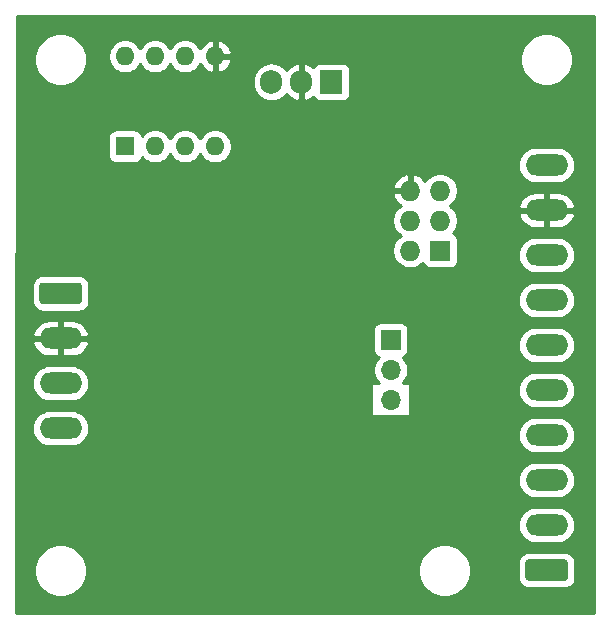
<source format=gbl>
G04 #@! TF.GenerationSoftware,KiCad,Pcbnew,5.1.9+dfsg1-1*
G04 #@! TF.CreationDate,2022-02-26T07:12:57+01:00*
G04 #@! TF.ProjectId,mobus,6d6f6275-732e-46b6-9963-61645f706362,rev?*
G04 #@! TF.SameCoordinates,Original*
G04 #@! TF.FileFunction,Copper,L2,Bot*
G04 #@! TF.FilePolarity,Positive*
%FSLAX46Y46*%
G04 Gerber Fmt 4.6, Leading zero omitted, Abs format (unit mm)*
G04 Created by KiCad (PCBNEW 5.1.9+dfsg1-1) date 2022-02-26 07:12:57*
%MOMM*%
%LPD*%
G01*
G04 APERTURE LIST*
G04 #@! TA.AperFunction,ComponentPad*
%ADD10O,3.600000X1.800000*%
G04 #@! TD*
G04 #@! TA.AperFunction,ComponentPad*
%ADD11O,1.700000X1.700000*%
G04 #@! TD*
G04 #@! TA.AperFunction,ComponentPad*
%ADD12R,1.700000X1.700000*%
G04 #@! TD*
G04 #@! TA.AperFunction,ComponentPad*
%ADD13O,1.600000X1.600000*%
G04 #@! TD*
G04 #@! TA.AperFunction,ComponentPad*
%ADD14R,1.600000X1.600000*%
G04 #@! TD*
G04 #@! TA.AperFunction,ComponentPad*
%ADD15O,1.905000X2.000000*%
G04 #@! TD*
G04 #@! TA.AperFunction,ComponentPad*
%ADD16R,1.905000X2.000000*%
G04 #@! TD*
G04 #@! TA.AperFunction,ComponentPad*
%ADD17O,1.727200X1.727200*%
G04 #@! TD*
G04 #@! TA.AperFunction,ComponentPad*
%ADD18R,1.727200X1.727200*%
G04 #@! TD*
G04 #@! TA.AperFunction,Conductor*
%ADD19C,0.254000*%
G04 #@! TD*
G04 #@! TA.AperFunction,Conductor*
%ADD20C,0.100000*%
G04 #@! TD*
G04 APERTURE END LIST*
D10*
X137160000Y-71183500D03*
X137160000Y-74993500D03*
X137160000Y-78803500D03*
X137160000Y-82613500D03*
X137160000Y-86423500D03*
X137160000Y-90233500D03*
X137160000Y-94043500D03*
X137160000Y-97853500D03*
X137160000Y-101663500D03*
G04 #@! TA.AperFunction,ComponentPad*
G36*
G01*
X138710000Y-106373500D02*
X135610000Y-106373500D01*
G75*
G02*
X135360000Y-106123500I0J250000D01*
G01*
X135360000Y-104823500D01*
G75*
G02*
X135610000Y-104573500I250000J0D01*
G01*
X138710000Y-104573500D01*
G75*
G02*
X138960000Y-104823500I0J-250000D01*
G01*
X138960000Y-106123500D01*
G75*
G02*
X138710000Y-106373500I-250000J0D01*
G01*
G37*
G04 #@! TD.AperFunction*
D11*
X123952000Y-91059000D03*
X123952000Y-88519000D03*
D12*
X123952000Y-85979000D03*
D13*
X101473000Y-61976000D03*
X109093000Y-69596000D03*
X104013000Y-61976000D03*
X106553000Y-69596000D03*
X106553000Y-61976000D03*
X104013000Y-69596000D03*
X109093000Y-61976000D03*
D14*
X101473000Y-69596000D03*
D15*
X113855500Y-64135000D03*
X116395500Y-64135000D03*
D16*
X118935500Y-64135000D03*
D10*
X96012000Y-93472000D03*
X96012000Y-89662000D03*
X96012000Y-85852000D03*
G04 #@! TA.AperFunction,ComponentPad*
G36*
G01*
X94462000Y-81142000D02*
X97562000Y-81142000D01*
G75*
G02*
X97812000Y-81392000I0J-250000D01*
G01*
X97812000Y-82692000D01*
G75*
G02*
X97562000Y-82942000I-250000J0D01*
G01*
X94462000Y-82942000D01*
G75*
G02*
X94212000Y-82692000I0J250000D01*
G01*
X94212000Y-81392000D01*
G75*
G02*
X94462000Y-81142000I250000J0D01*
G01*
G37*
G04 #@! TD.AperFunction*
D17*
X125603000Y-73342500D03*
X128143000Y-73342500D03*
X125603000Y-75882500D03*
X128143000Y-75882500D03*
X125603000Y-78422500D03*
D18*
X128143000Y-78422500D03*
D19*
X141149001Y-93828140D02*
X141129950Y-109145000D01*
X92234950Y-109145000D01*
X92239711Y-105316872D01*
X93777000Y-105316872D01*
X93777000Y-105757128D01*
X93862890Y-106188925D01*
X94031369Y-106595669D01*
X94275962Y-106961729D01*
X94587271Y-107273038D01*
X94953331Y-107517631D01*
X95360075Y-107686110D01*
X95791872Y-107772000D01*
X96232128Y-107772000D01*
X96663925Y-107686110D01*
X97070669Y-107517631D01*
X97436729Y-107273038D01*
X97748038Y-106961729D01*
X97992631Y-106595669D01*
X98161110Y-106188925D01*
X98247000Y-105757128D01*
X98247000Y-105316872D01*
X126289000Y-105316872D01*
X126289000Y-105757128D01*
X126374890Y-106188925D01*
X126543369Y-106595669D01*
X126787962Y-106961729D01*
X127099271Y-107273038D01*
X127465331Y-107517631D01*
X127872075Y-107686110D01*
X128303872Y-107772000D01*
X128744128Y-107772000D01*
X129175925Y-107686110D01*
X129582669Y-107517631D01*
X129948729Y-107273038D01*
X130260038Y-106961729D01*
X130504631Y-106595669D01*
X130673110Y-106188925D01*
X130759000Y-105757128D01*
X130759000Y-105316872D01*
X130673110Y-104885075D01*
X130647605Y-104823500D01*
X134721928Y-104823500D01*
X134721928Y-106123500D01*
X134738992Y-106296754D01*
X134789528Y-106463350D01*
X134871595Y-106616886D01*
X134982038Y-106751462D01*
X135116614Y-106861905D01*
X135270150Y-106943972D01*
X135436746Y-106994508D01*
X135610000Y-107011572D01*
X138710000Y-107011572D01*
X138883254Y-106994508D01*
X139049850Y-106943972D01*
X139203386Y-106861905D01*
X139337962Y-106751462D01*
X139448405Y-106616886D01*
X139530472Y-106463350D01*
X139581008Y-106296754D01*
X139598072Y-106123500D01*
X139598072Y-104823500D01*
X139581008Y-104650246D01*
X139530472Y-104483650D01*
X139448405Y-104330114D01*
X139337962Y-104195538D01*
X139203386Y-104085095D01*
X139049850Y-104003028D01*
X138883254Y-103952492D01*
X138710000Y-103935428D01*
X135610000Y-103935428D01*
X135436746Y-103952492D01*
X135270150Y-104003028D01*
X135116614Y-104085095D01*
X134982038Y-104195538D01*
X134871595Y-104330114D01*
X134789528Y-104483650D01*
X134738992Y-104650246D01*
X134721928Y-104823500D01*
X130647605Y-104823500D01*
X130504631Y-104478331D01*
X130260038Y-104112271D01*
X129948729Y-103800962D01*
X129582669Y-103556369D01*
X129175925Y-103387890D01*
X128744128Y-103302000D01*
X128303872Y-103302000D01*
X127872075Y-103387890D01*
X127465331Y-103556369D01*
X127099271Y-103800962D01*
X126787962Y-104112271D01*
X126543369Y-104478331D01*
X126374890Y-104885075D01*
X126289000Y-105316872D01*
X98247000Y-105316872D01*
X98161110Y-104885075D01*
X97992631Y-104478331D01*
X97748038Y-104112271D01*
X97436729Y-103800962D01*
X97070669Y-103556369D01*
X96663925Y-103387890D01*
X96232128Y-103302000D01*
X95791872Y-103302000D01*
X95360075Y-103387890D01*
X94953331Y-103556369D01*
X94587271Y-103800962D01*
X94275962Y-104112271D01*
X94031369Y-104478331D01*
X93862890Y-104885075D01*
X93777000Y-105316872D01*
X92239711Y-105316872D01*
X92244254Y-101663500D01*
X134717573Y-101663500D01*
X134747210Y-101964413D01*
X134834983Y-102253761D01*
X134977519Y-102520427D01*
X135169339Y-102754161D01*
X135403073Y-102945981D01*
X135669739Y-103088517D01*
X135959087Y-103176290D01*
X136184592Y-103198500D01*
X138135408Y-103198500D01*
X138360913Y-103176290D01*
X138650261Y-103088517D01*
X138916927Y-102945981D01*
X139150661Y-102754161D01*
X139342481Y-102520427D01*
X139485017Y-102253761D01*
X139572790Y-101964413D01*
X139602427Y-101663500D01*
X139572790Y-101362587D01*
X139485017Y-101073239D01*
X139342481Y-100806573D01*
X139150661Y-100572839D01*
X138916927Y-100381019D01*
X138650261Y-100238483D01*
X138360913Y-100150710D01*
X138135408Y-100128500D01*
X136184592Y-100128500D01*
X135959087Y-100150710D01*
X135669739Y-100238483D01*
X135403073Y-100381019D01*
X135169339Y-100572839D01*
X134977519Y-100806573D01*
X134834983Y-101073239D01*
X134747210Y-101362587D01*
X134717573Y-101663500D01*
X92244254Y-101663500D01*
X92248993Y-97853500D01*
X134717573Y-97853500D01*
X134747210Y-98154413D01*
X134834983Y-98443761D01*
X134977519Y-98710427D01*
X135169339Y-98944161D01*
X135403073Y-99135981D01*
X135669739Y-99278517D01*
X135959087Y-99366290D01*
X136184592Y-99388500D01*
X138135408Y-99388500D01*
X138360913Y-99366290D01*
X138650261Y-99278517D01*
X138916927Y-99135981D01*
X139150661Y-98944161D01*
X139342481Y-98710427D01*
X139485017Y-98443761D01*
X139572790Y-98154413D01*
X139602427Y-97853500D01*
X139572790Y-97552587D01*
X139485017Y-97263239D01*
X139342481Y-96996573D01*
X139150661Y-96762839D01*
X138916927Y-96571019D01*
X138650261Y-96428483D01*
X138360913Y-96340710D01*
X138135408Y-96318500D01*
X136184592Y-96318500D01*
X135959087Y-96340710D01*
X135669739Y-96428483D01*
X135403073Y-96571019D01*
X135169339Y-96762839D01*
X134977519Y-96996573D01*
X134834983Y-97263239D01*
X134747210Y-97552587D01*
X134717573Y-97853500D01*
X92248993Y-97853500D01*
X92254443Y-93472000D01*
X93569573Y-93472000D01*
X93599210Y-93772913D01*
X93686983Y-94062261D01*
X93829519Y-94328927D01*
X94021339Y-94562661D01*
X94255073Y-94754481D01*
X94521739Y-94897017D01*
X94811087Y-94984790D01*
X95036592Y-95007000D01*
X96987408Y-95007000D01*
X97212913Y-94984790D01*
X97502261Y-94897017D01*
X97768927Y-94754481D01*
X98002661Y-94562661D01*
X98194481Y-94328927D01*
X98337017Y-94062261D01*
X98342708Y-94043500D01*
X134717573Y-94043500D01*
X134747210Y-94344413D01*
X134834983Y-94633761D01*
X134977519Y-94900427D01*
X135169339Y-95134161D01*
X135403073Y-95325981D01*
X135669739Y-95468517D01*
X135959087Y-95556290D01*
X136184592Y-95578500D01*
X138135408Y-95578500D01*
X138360913Y-95556290D01*
X138650261Y-95468517D01*
X138916927Y-95325981D01*
X139150661Y-95134161D01*
X139342481Y-94900427D01*
X139485017Y-94633761D01*
X139572790Y-94344413D01*
X139602427Y-94043500D01*
X139572790Y-93742587D01*
X139485017Y-93453239D01*
X139342481Y-93186573D01*
X139150661Y-92952839D01*
X138916927Y-92761019D01*
X138650261Y-92618483D01*
X138360913Y-92530710D01*
X138135408Y-92508500D01*
X136184592Y-92508500D01*
X135959087Y-92530710D01*
X135669739Y-92618483D01*
X135403073Y-92761019D01*
X135169339Y-92952839D01*
X134977519Y-93186573D01*
X134834983Y-93453239D01*
X134747210Y-93742587D01*
X134717573Y-94043500D01*
X98342708Y-94043500D01*
X98424790Y-93772913D01*
X98454427Y-93472000D01*
X98424790Y-93171087D01*
X98337017Y-92881739D01*
X98194481Y-92615073D01*
X98002661Y-92381339D01*
X97768927Y-92189519D01*
X97502261Y-92046983D01*
X97212913Y-91959210D01*
X96987408Y-91937000D01*
X95036592Y-91937000D01*
X94811087Y-91959210D01*
X94521739Y-92046983D01*
X94255073Y-92189519D01*
X94021339Y-92381339D01*
X93829519Y-92615073D01*
X93686983Y-92881739D01*
X93599210Y-93171087D01*
X93569573Y-93472000D01*
X92254443Y-93472000D01*
X92259181Y-89662000D01*
X93569573Y-89662000D01*
X93599210Y-89962913D01*
X93686983Y-90252261D01*
X93829519Y-90518927D01*
X94021339Y-90752661D01*
X94255073Y-90944481D01*
X94521739Y-91087017D01*
X94811087Y-91174790D01*
X95036592Y-91197000D01*
X96987408Y-91197000D01*
X97212913Y-91174790D01*
X97502261Y-91087017D01*
X97768927Y-90944481D01*
X98002661Y-90752661D01*
X98194481Y-90518927D01*
X98337017Y-90252261D01*
X98424790Y-89962913D01*
X98448172Y-89725500D01*
X122301000Y-89725500D01*
X122301000Y-92329000D01*
X122303440Y-92353776D01*
X122310667Y-92377601D01*
X122322403Y-92399557D01*
X122338197Y-92418803D01*
X122357443Y-92434597D01*
X122379399Y-92446333D01*
X122403224Y-92453560D01*
X122428000Y-92456000D01*
X123469715Y-92456000D01*
X123595109Y-92500481D01*
X123679853Y-92456000D01*
X124224147Y-92456000D01*
X124308891Y-92500481D01*
X124434285Y-92456000D01*
X125476000Y-92456000D01*
X125500776Y-92453560D01*
X125524601Y-92446333D01*
X125546557Y-92434597D01*
X125565803Y-92418803D01*
X125581597Y-92399557D01*
X125593333Y-92377601D01*
X125600560Y-92353776D01*
X125603000Y-92329000D01*
X125603000Y-90233500D01*
X134717573Y-90233500D01*
X134747210Y-90534413D01*
X134834983Y-90823761D01*
X134977519Y-91090427D01*
X135169339Y-91324161D01*
X135403073Y-91515981D01*
X135669739Y-91658517D01*
X135959087Y-91746290D01*
X136184592Y-91768500D01*
X138135408Y-91768500D01*
X138360913Y-91746290D01*
X138650261Y-91658517D01*
X138916927Y-91515981D01*
X139150661Y-91324161D01*
X139342481Y-91090427D01*
X139485017Y-90823761D01*
X139572790Y-90534413D01*
X139602427Y-90233500D01*
X139572790Y-89932587D01*
X139485017Y-89643239D01*
X139342481Y-89376573D01*
X139150661Y-89142839D01*
X138916927Y-88951019D01*
X138650261Y-88808483D01*
X138360913Y-88720710D01*
X138135408Y-88698500D01*
X136184592Y-88698500D01*
X135959087Y-88720710D01*
X135669739Y-88808483D01*
X135403073Y-88951019D01*
X135169339Y-89142839D01*
X134977519Y-89376573D01*
X134834983Y-89643239D01*
X134747210Y-89932587D01*
X134717573Y-90233500D01*
X125603000Y-90233500D01*
X125603000Y-89725500D01*
X125600560Y-89700724D01*
X125593333Y-89676899D01*
X125581597Y-89654943D01*
X125565803Y-89635697D01*
X125546557Y-89619903D01*
X125524601Y-89608167D01*
X125500776Y-89600940D01*
X125476000Y-89598500D01*
X124972607Y-89598500D01*
X125105475Y-89465632D01*
X125267990Y-89222411D01*
X125379932Y-88952158D01*
X125437000Y-88665260D01*
X125437000Y-88372740D01*
X125379932Y-88085842D01*
X125267990Y-87815589D01*
X125105475Y-87572368D01*
X124973620Y-87440513D01*
X125046180Y-87418502D01*
X125156494Y-87359537D01*
X125253185Y-87280185D01*
X125332537Y-87183494D01*
X125391502Y-87073180D01*
X125427812Y-86953482D01*
X125440072Y-86829000D01*
X125440072Y-86423500D01*
X134717573Y-86423500D01*
X134747210Y-86724413D01*
X134834983Y-87013761D01*
X134977519Y-87280427D01*
X135169339Y-87514161D01*
X135403073Y-87705981D01*
X135669739Y-87848517D01*
X135959087Y-87936290D01*
X136184592Y-87958500D01*
X138135408Y-87958500D01*
X138360913Y-87936290D01*
X138650261Y-87848517D01*
X138916927Y-87705981D01*
X139150661Y-87514161D01*
X139342481Y-87280427D01*
X139485017Y-87013761D01*
X139572790Y-86724413D01*
X139602427Y-86423500D01*
X139572790Y-86122587D01*
X139485017Y-85833239D01*
X139342481Y-85566573D01*
X139150661Y-85332839D01*
X138916927Y-85141019D01*
X138650261Y-84998483D01*
X138360913Y-84910710D01*
X138135408Y-84888500D01*
X136184592Y-84888500D01*
X135959087Y-84910710D01*
X135669739Y-84998483D01*
X135403073Y-85141019D01*
X135169339Y-85332839D01*
X134977519Y-85566573D01*
X134834983Y-85833239D01*
X134747210Y-86122587D01*
X134717573Y-86423500D01*
X125440072Y-86423500D01*
X125440072Y-85129000D01*
X125427812Y-85004518D01*
X125391502Y-84884820D01*
X125332537Y-84774506D01*
X125253185Y-84677815D01*
X125156494Y-84598463D01*
X125046180Y-84539498D01*
X124926482Y-84503188D01*
X124802000Y-84490928D01*
X123102000Y-84490928D01*
X122977518Y-84503188D01*
X122857820Y-84539498D01*
X122747506Y-84598463D01*
X122650815Y-84677815D01*
X122571463Y-84774506D01*
X122512498Y-84884820D01*
X122476188Y-85004518D01*
X122463928Y-85129000D01*
X122463928Y-86829000D01*
X122476188Y-86953482D01*
X122512498Y-87073180D01*
X122571463Y-87183494D01*
X122650815Y-87280185D01*
X122747506Y-87359537D01*
X122857820Y-87418502D01*
X122930380Y-87440513D01*
X122798525Y-87572368D01*
X122636010Y-87815589D01*
X122524068Y-88085842D01*
X122467000Y-88372740D01*
X122467000Y-88665260D01*
X122524068Y-88952158D01*
X122636010Y-89222411D01*
X122798525Y-89465632D01*
X122931393Y-89598500D01*
X122428000Y-89598500D01*
X122403224Y-89600940D01*
X122379399Y-89608167D01*
X122357443Y-89619903D01*
X122338197Y-89635697D01*
X122322403Y-89654943D01*
X122310667Y-89676899D01*
X122303440Y-89700724D01*
X122301000Y-89725500D01*
X98448172Y-89725500D01*
X98454427Y-89662000D01*
X98424790Y-89361087D01*
X98337017Y-89071739D01*
X98194481Y-88805073D01*
X98002661Y-88571339D01*
X97768927Y-88379519D01*
X97502261Y-88236983D01*
X97212913Y-88149210D01*
X96987408Y-88127000D01*
X95036592Y-88127000D01*
X94811087Y-88149210D01*
X94521739Y-88236983D01*
X94255073Y-88379519D01*
X94021339Y-88571339D01*
X93829519Y-88805073D01*
X93686983Y-89071739D01*
X93599210Y-89361087D01*
X93569573Y-89662000D01*
X92259181Y-89662000D01*
X92263466Y-86216740D01*
X93620964Y-86216740D01*
X93645245Y-86322087D01*
X93765138Y-86599204D01*
X93936790Y-86847606D01*
X94153604Y-87057748D01*
X94407249Y-87221554D01*
X94687977Y-87332729D01*
X94985000Y-87387000D01*
X95885000Y-87387000D01*
X95885000Y-85979000D01*
X96139000Y-85979000D01*
X96139000Y-87387000D01*
X97039000Y-87387000D01*
X97336023Y-87332729D01*
X97616751Y-87221554D01*
X97870396Y-87057748D01*
X98087210Y-86847606D01*
X98258862Y-86599204D01*
X98378755Y-86322087D01*
X98403036Y-86216740D01*
X98282378Y-85979000D01*
X96139000Y-85979000D01*
X95885000Y-85979000D01*
X93741622Y-85979000D01*
X93620964Y-86216740D01*
X92263466Y-86216740D01*
X92264373Y-85487260D01*
X93620964Y-85487260D01*
X93741622Y-85725000D01*
X95885000Y-85725000D01*
X95885000Y-84317000D01*
X96139000Y-84317000D01*
X96139000Y-85725000D01*
X98282378Y-85725000D01*
X98403036Y-85487260D01*
X98378755Y-85381913D01*
X98258862Y-85104796D01*
X98087210Y-84856394D01*
X97870396Y-84646252D01*
X97616751Y-84482446D01*
X97336023Y-84371271D01*
X97039000Y-84317000D01*
X96139000Y-84317000D01*
X95885000Y-84317000D01*
X94985000Y-84317000D01*
X94687977Y-84371271D01*
X94407249Y-84482446D01*
X94153604Y-84646252D01*
X93936790Y-84856394D01*
X93765138Y-85104796D01*
X93645245Y-85381913D01*
X93620964Y-85487260D01*
X92264373Y-85487260D01*
X92269467Y-81392000D01*
X93573928Y-81392000D01*
X93573928Y-82692000D01*
X93590992Y-82865254D01*
X93641528Y-83031850D01*
X93723595Y-83185386D01*
X93834038Y-83319962D01*
X93968614Y-83430405D01*
X94122150Y-83512472D01*
X94288746Y-83563008D01*
X94462000Y-83580072D01*
X97562000Y-83580072D01*
X97735254Y-83563008D01*
X97901850Y-83512472D01*
X98055386Y-83430405D01*
X98189962Y-83319962D01*
X98300405Y-83185386D01*
X98382472Y-83031850D01*
X98433008Y-82865254D01*
X98450072Y-82692000D01*
X98450072Y-82613500D01*
X134717573Y-82613500D01*
X134747210Y-82914413D01*
X134834983Y-83203761D01*
X134977519Y-83470427D01*
X135169339Y-83704161D01*
X135403073Y-83895981D01*
X135669739Y-84038517D01*
X135959087Y-84126290D01*
X136184592Y-84148500D01*
X138135408Y-84148500D01*
X138360913Y-84126290D01*
X138650261Y-84038517D01*
X138916927Y-83895981D01*
X139150661Y-83704161D01*
X139342481Y-83470427D01*
X139485017Y-83203761D01*
X139572790Y-82914413D01*
X139602427Y-82613500D01*
X139572790Y-82312587D01*
X139485017Y-82023239D01*
X139342481Y-81756573D01*
X139150661Y-81522839D01*
X138916927Y-81331019D01*
X138650261Y-81188483D01*
X138360913Y-81100710D01*
X138135408Y-81078500D01*
X136184592Y-81078500D01*
X135959087Y-81100710D01*
X135669739Y-81188483D01*
X135403073Y-81331019D01*
X135169339Y-81522839D01*
X134977519Y-81756573D01*
X134834983Y-82023239D01*
X134747210Y-82312587D01*
X134717573Y-82613500D01*
X98450072Y-82613500D01*
X98450072Y-81392000D01*
X98433008Y-81218746D01*
X98382472Y-81052150D01*
X98300405Y-80898614D01*
X98189962Y-80764038D01*
X98055386Y-80653595D01*
X97901850Y-80571528D01*
X97735254Y-80520992D01*
X97562000Y-80503928D01*
X94462000Y-80503928D01*
X94288746Y-80520992D01*
X94122150Y-80571528D01*
X93968614Y-80653595D01*
X93834038Y-80764038D01*
X93723595Y-80898614D01*
X93641528Y-81052150D01*
X93590992Y-81218746D01*
X93573928Y-81392000D01*
X92269467Y-81392000D01*
X92276503Y-75734901D01*
X124104400Y-75734901D01*
X124104400Y-76030099D01*
X124161990Y-76319625D01*
X124274958Y-76592353D01*
X124438961Y-76837802D01*
X124647698Y-77046539D01*
X124806281Y-77152500D01*
X124647698Y-77258461D01*
X124438961Y-77467198D01*
X124274958Y-77712647D01*
X124161990Y-77985375D01*
X124104400Y-78274901D01*
X124104400Y-78570099D01*
X124161990Y-78859625D01*
X124274958Y-79132353D01*
X124438961Y-79377802D01*
X124647698Y-79586539D01*
X124893147Y-79750542D01*
X125165875Y-79863510D01*
X125455401Y-79921100D01*
X125750599Y-79921100D01*
X126040125Y-79863510D01*
X126312853Y-79750542D01*
X126558302Y-79586539D01*
X126672364Y-79472477D01*
X126689898Y-79530280D01*
X126748863Y-79640594D01*
X126828215Y-79737285D01*
X126924906Y-79816637D01*
X127035220Y-79875602D01*
X127154918Y-79911912D01*
X127279400Y-79924172D01*
X129006600Y-79924172D01*
X129131082Y-79911912D01*
X129250780Y-79875602D01*
X129361094Y-79816637D01*
X129457785Y-79737285D01*
X129537137Y-79640594D01*
X129596102Y-79530280D01*
X129632412Y-79410582D01*
X129644672Y-79286100D01*
X129644672Y-78803500D01*
X134717573Y-78803500D01*
X134747210Y-79104413D01*
X134834983Y-79393761D01*
X134977519Y-79660427D01*
X135169339Y-79894161D01*
X135403073Y-80085981D01*
X135669739Y-80228517D01*
X135959087Y-80316290D01*
X136184592Y-80338500D01*
X138135408Y-80338500D01*
X138360913Y-80316290D01*
X138650261Y-80228517D01*
X138916927Y-80085981D01*
X139150661Y-79894161D01*
X139342481Y-79660427D01*
X139485017Y-79393761D01*
X139572790Y-79104413D01*
X139602427Y-78803500D01*
X139572790Y-78502587D01*
X139485017Y-78213239D01*
X139342481Y-77946573D01*
X139150661Y-77712839D01*
X138916927Y-77521019D01*
X138650261Y-77378483D01*
X138360913Y-77290710D01*
X138135408Y-77268500D01*
X136184592Y-77268500D01*
X135959087Y-77290710D01*
X135669739Y-77378483D01*
X135403073Y-77521019D01*
X135169339Y-77712839D01*
X134977519Y-77946573D01*
X134834983Y-78213239D01*
X134747210Y-78502587D01*
X134717573Y-78803500D01*
X129644672Y-78803500D01*
X129644672Y-77558900D01*
X129632412Y-77434418D01*
X129596102Y-77314720D01*
X129537137Y-77204406D01*
X129457785Y-77107715D01*
X129361094Y-77028363D01*
X129250780Y-76969398D01*
X129192977Y-76951864D01*
X129307039Y-76837802D01*
X129471042Y-76592353D01*
X129584010Y-76319625D01*
X129641600Y-76030099D01*
X129641600Y-75734901D01*
X129584010Y-75445375D01*
X129547918Y-75358240D01*
X134768964Y-75358240D01*
X134793245Y-75463587D01*
X134913138Y-75740704D01*
X135084790Y-75989106D01*
X135301604Y-76199248D01*
X135555249Y-76363054D01*
X135835977Y-76474229D01*
X136133000Y-76528500D01*
X137033000Y-76528500D01*
X137033000Y-75120500D01*
X137287000Y-75120500D01*
X137287000Y-76528500D01*
X138187000Y-76528500D01*
X138484023Y-76474229D01*
X138764751Y-76363054D01*
X139018396Y-76199248D01*
X139235210Y-75989106D01*
X139406862Y-75740704D01*
X139526755Y-75463587D01*
X139551036Y-75358240D01*
X139430378Y-75120500D01*
X137287000Y-75120500D01*
X137033000Y-75120500D01*
X134889622Y-75120500D01*
X134768964Y-75358240D01*
X129547918Y-75358240D01*
X129471042Y-75172647D01*
X129307039Y-74927198D01*
X129098302Y-74718461D01*
X128964054Y-74628760D01*
X134768964Y-74628760D01*
X134889622Y-74866500D01*
X137033000Y-74866500D01*
X137033000Y-73458500D01*
X137287000Y-73458500D01*
X137287000Y-74866500D01*
X139430378Y-74866500D01*
X139551036Y-74628760D01*
X139526755Y-74523413D01*
X139406862Y-74246296D01*
X139235210Y-73997894D01*
X139018396Y-73787752D01*
X138764751Y-73623946D01*
X138484023Y-73512771D01*
X138187000Y-73458500D01*
X137287000Y-73458500D01*
X137033000Y-73458500D01*
X136133000Y-73458500D01*
X135835977Y-73512771D01*
X135555249Y-73623946D01*
X135301604Y-73787752D01*
X135084790Y-73997894D01*
X134913138Y-74246296D01*
X134793245Y-74523413D01*
X134768964Y-74628760D01*
X128964054Y-74628760D01*
X128939719Y-74612500D01*
X129098302Y-74506539D01*
X129307039Y-74297802D01*
X129471042Y-74052353D01*
X129584010Y-73779625D01*
X129641600Y-73490099D01*
X129641600Y-73194901D01*
X129584010Y-72905375D01*
X129471042Y-72632647D01*
X129307039Y-72387198D01*
X129098302Y-72178461D01*
X128852853Y-72014458D01*
X128580125Y-71901490D01*
X128290599Y-71843900D01*
X127995401Y-71843900D01*
X127705875Y-71901490D01*
X127433147Y-72014458D01*
X127187698Y-72178461D01*
X126978961Y-72387198D01*
X126871308Y-72548313D01*
X126709854Y-72332207D01*
X126491488Y-72135683D01*
X126238978Y-71985536D01*
X125962027Y-71887537D01*
X125730000Y-72008036D01*
X125730000Y-73215500D01*
X125750000Y-73215500D01*
X125750000Y-73469500D01*
X125730000Y-73469500D01*
X125730000Y-73489500D01*
X125476000Y-73489500D01*
X125476000Y-73469500D01*
X124269183Y-73469500D01*
X124148042Y-73701526D01*
X124193778Y-73852314D01*
X124320316Y-74117444D01*
X124496146Y-74352793D01*
X124714512Y-74549317D01*
X124813103Y-74607941D01*
X124647698Y-74718461D01*
X124438961Y-74927198D01*
X124274958Y-75172647D01*
X124161990Y-75445375D01*
X124104400Y-75734901D01*
X92276503Y-75734901D01*
X92279925Y-72983474D01*
X124148042Y-72983474D01*
X124269183Y-73215500D01*
X125476000Y-73215500D01*
X125476000Y-72008036D01*
X125243973Y-71887537D01*
X124967022Y-71985536D01*
X124714512Y-72135683D01*
X124496146Y-72332207D01*
X124320316Y-72567556D01*
X124193778Y-72832686D01*
X124148042Y-72983474D01*
X92279925Y-72983474D01*
X92282164Y-71183500D01*
X134717573Y-71183500D01*
X134747210Y-71484413D01*
X134834983Y-71773761D01*
X134977519Y-72040427D01*
X135169339Y-72274161D01*
X135403073Y-72465981D01*
X135669739Y-72608517D01*
X135959087Y-72696290D01*
X136184592Y-72718500D01*
X138135408Y-72718500D01*
X138360913Y-72696290D01*
X138650261Y-72608517D01*
X138916927Y-72465981D01*
X139150661Y-72274161D01*
X139342481Y-72040427D01*
X139485017Y-71773761D01*
X139572790Y-71484413D01*
X139602427Y-71183500D01*
X139572790Y-70882587D01*
X139485017Y-70593239D01*
X139342481Y-70326573D01*
X139150661Y-70092839D01*
X138916927Y-69901019D01*
X138650261Y-69758483D01*
X138360913Y-69670710D01*
X138135408Y-69648500D01*
X136184592Y-69648500D01*
X135959087Y-69670710D01*
X135669739Y-69758483D01*
X135403073Y-69901019D01*
X135169339Y-70092839D01*
X134977519Y-70326573D01*
X134834983Y-70593239D01*
X134747210Y-70882587D01*
X134717573Y-71183500D01*
X92282164Y-71183500D01*
X92285134Y-68796000D01*
X100034928Y-68796000D01*
X100034928Y-70396000D01*
X100047188Y-70520482D01*
X100083498Y-70640180D01*
X100142463Y-70750494D01*
X100221815Y-70847185D01*
X100318506Y-70926537D01*
X100428820Y-70985502D01*
X100548518Y-71021812D01*
X100673000Y-71034072D01*
X102273000Y-71034072D01*
X102397482Y-71021812D01*
X102517180Y-70985502D01*
X102627494Y-70926537D01*
X102724185Y-70847185D01*
X102803537Y-70750494D01*
X102862502Y-70640180D01*
X102898812Y-70520482D01*
X102899643Y-70512039D01*
X103098241Y-70710637D01*
X103333273Y-70867680D01*
X103594426Y-70975853D01*
X103871665Y-71031000D01*
X104154335Y-71031000D01*
X104431574Y-70975853D01*
X104692727Y-70867680D01*
X104927759Y-70710637D01*
X105127637Y-70510759D01*
X105283000Y-70278241D01*
X105438363Y-70510759D01*
X105638241Y-70710637D01*
X105873273Y-70867680D01*
X106134426Y-70975853D01*
X106411665Y-71031000D01*
X106694335Y-71031000D01*
X106971574Y-70975853D01*
X107232727Y-70867680D01*
X107467759Y-70710637D01*
X107667637Y-70510759D01*
X107823000Y-70278241D01*
X107978363Y-70510759D01*
X108178241Y-70710637D01*
X108413273Y-70867680D01*
X108674426Y-70975853D01*
X108951665Y-71031000D01*
X109234335Y-71031000D01*
X109511574Y-70975853D01*
X109772727Y-70867680D01*
X110007759Y-70710637D01*
X110207637Y-70510759D01*
X110364680Y-70275727D01*
X110472853Y-70014574D01*
X110528000Y-69737335D01*
X110528000Y-69454665D01*
X110472853Y-69177426D01*
X110364680Y-68916273D01*
X110207637Y-68681241D01*
X110007759Y-68481363D01*
X109772727Y-68324320D01*
X109511574Y-68216147D01*
X109234335Y-68161000D01*
X108951665Y-68161000D01*
X108674426Y-68216147D01*
X108413273Y-68324320D01*
X108178241Y-68481363D01*
X107978363Y-68681241D01*
X107823000Y-68913759D01*
X107667637Y-68681241D01*
X107467759Y-68481363D01*
X107232727Y-68324320D01*
X106971574Y-68216147D01*
X106694335Y-68161000D01*
X106411665Y-68161000D01*
X106134426Y-68216147D01*
X105873273Y-68324320D01*
X105638241Y-68481363D01*
X105438363Y-68681241D01*
X105283000Y-68913759D01*
X105127637Y-68681241D01*
X104927759Y-68481363D01*
X104692727Y-68324320D01*
X104431574Y-68216147D01*
X104154335Y-68161000D01*
X103871665Y-68161000D01*
X103594426Y-68216147D01*
X103333273Y-68324320D01*
X103098241Y-68481363D01*
X102899643Y-68679961D01*
X102898812Y-68671518D01*
X102862502Y-68551820D01*
X102803537Y-68441506D01*
X102724185Y-68344815D01*
X102627494Y-68265463D01*
X102517180Y-68206498D01*
X102397482Y-68170188D01*
X102273000Y-68157928D01*
X100673000Y-68157928D01*
X100548518Y-68170188D01*
X100428820Y-68206498D01*
X100318506Y-68265463D01*
X100221815Y-68344815D01*
X100142463Y-68441506D01*
X100083498Y-68551820D01*
X100047188Y-68671518D01*
X100034928Y-68796000D01*
X92285134Y-68796000D01*
X92293575Y-62009872D01*
X93777000Y-62009872D01*
X93777000Y-62450128D01*
X93862890Y-62881925D01*
X94031369Y-63288669D01*
X94275962Y-63654729D01*
X94587271Y-63966038D01*
X94953331Y-64210631D01*
X95360075Y-64379110D01*
X95791872Y-64465000D01*
X96232128Y-64465000D01*
X96663925Y-64379110D01*
X97070669Y-64210631D01*
X97371662Y-64009514D01*
X112268000Y-64009514D01*
X112268000Y-64260485D01*
X112290970Y-64493703D01*
X112381745Y-64792948D01*
X112529155Y-65068734D01*
X112727537Y-65310463D01*
X112969265Y-65508845D01*
X113245051Y-65656255D01*
X113544296Y-65747030D01*
X113855500Y-65777681D01*
X114166703Y-65747030D01*
X114465948Y-65656255D01*
X114741734Y-65508845D01*
X114983463Y-65310463D01*
X115130663Y-65131101D01*
X115286063Y-65316315D01*
X115528577Y-65510969D01*
X115804406Y-65654571D01*
X116022520Y-65725563D01*
X116268500Y-65605594D01*
X116268500Y-64262000D01*
X116248500Y-64262000D01*
X116248500Y-64008000D01*
X116268500Y-64008000D01*
X116268500Y-62664406D01*
X116522500Y-62664406D01*
X116522500Y-64008000D01*
X116542500Y-64008000D01*
X116542500Y-64262000D01*
X116522500Y-64262000D01*
X116522500Y-65605594D01*
X116768480Y-65725563D01*
X116986594Y-65654571D01*
X117262423Y-65510969D01*
X117403441Y-65397781D01*
X117452463Y-65489494D01*
X117531815Y-65586185D01*
X117628506Y-65665537D01*
X117738820Y-65724502D01*
X117858518Y-65760812D01*
X117983000Y-65773072D01*
X119888000Y-65773072D01*
X120012482Y-65760812D01*
X120132180Y-65724502D01*
X120242494Y-65665537D01*
X120339185Y-65586185D01*
X120418537Y-65489494D01*
X120477502Y-65379180D01*
X120513812Y-65259482D01*
X120526072Y-65135000D01*
X120526072Y-63135000D01*
X120513812Y-63010518D01*
X120477502Y-62890820D01*
X120418537Y-62780506D01*
X120339185Y-62683815D01*
X120242494Y-62604463D01*
X120132180Y-62545498D01*
X120012482Y-62509188D01*
X119888000Y-62496928D01*
X117983000Y-62496928D01*
X117858518Y-62509188D01*
X117738820Y-62545498D01*
X117628506Y-62604463D01*
X117531815Y-62683815D01*
X117452463Y-62780506D01*
X117403441Y-62872219D01*
X117262423Y-62759031D01*
X116986594Y-62615429D01*
X116768480Y-62544437D01*
X116522500Y-62664406D01*
X116268500Y-62664406D01*
X116022520Y-62544437D01*
X115804406Y-62615429D01*
X115528577Y-62759031D01*
X115286063Y-62953685D01*
X115130662Y-63138900D01*
X114983463Y-62959537D01*
X114741735Y-62761155D01*
X114465949Y-62613745D01*
X114166704Y-62522970D01*
X113855500Y-62492319D01*
X113544297Y-62522970D01*
X113245052Y-62613745D01*
X112969266Y-62761155D01*
X112727537Y-62959537D01*
X112529155Y-63201265D01*
X112381745Y-63477051D01*
X112290970Y-63776296D01*
X112268000Y-64009514D01*
X97371662Y-64009514D01*
X97436729Y-63966038D01*
X97748038Y-63654729D01*
X97992631Y-63288669D01*
X98161110Y-62881925D01*
X98247000Y-62450128D01*
X98247000Y-62009872D01*
X98212150Y-61834665D01*
X100038000Y-61834665D01*
X100038000Y-62117335D01*
X100093147Y-62394574D01*
X100201320Y-62655727D01*
X100358363Y-62890759D01*
X100558241Y-63090637D01*
X100793273Y-63247680D01*
X101054426Y-63355853D01*
X101331665Y-63411000D01*
X101614335Y-63411000D01*
X101891574Y-63355853D01*
X102152727Y-63247680D01*
X102387759Y-63090637D01*
X102587637Y-62890759D01*
X102743000Y-62658241D01*
X102898363Y-62890759D01*
X103098241Y-63090637D01*
X103333273Y-63247680D01*
X103594426Y-63355853D01*
X103871665Y-63411000D01*
X104154335Y-63411000D01*
X104431574Y-63355853D01*
X104692727Y-63247680D01*
X104927759Y-63090637D01*
X105127637Y-62890759D01*
X105283000Y-62658241D01*
X105438363Y-62890759D01*
X105638241Y-63090637D01*
X105873273Y-63247680D01*
X106134426Y-63355853D01*
X106411665Y-63411000D01*
X106694335Y-63411000D01*
X106971574Y-63355853D01*
X107232727Y-63247680D01*
X107467759Y-63090637D01*
X107667637Y-62890759D01*
X107824680Y-62655727D01*
X107829067Y-62645135D01*
X107940615Y-62831131D01*
X108129586Y-63039519D01*
X108355580Y-63207037D01*
X108609913Y-63327246D01*
X108743961Y-63367904D01*
X108966000Y-63245915D01*
X108966000Y-62103000D01*
X109220000Y-62103000D01*
X109220000Y-63245915D01*
X109442039Y-63367904D01*
X109576087Y-63327246D01*
X109830420Y-63207037D01*
X110056414Y-63039519D01*
X110245385Y-62831131D01*
X110390070Y-62589881D01*
X110484909Y-62325040D01*
X110363624Y-62103000D01*
X109220000Y-62103000D01*
X108966000Y-62103000D01*
X108946000Y-62103000D01*
X108946000Y-62009872D01*
X134925000Y-62009872D01*
X134925000Y-62450128D01*
X135010890Y-62881925D01*
X135179369Y-63288669D01*
X135423962Y-63654729D01*
X135735271Y-63966038D01*
X136101331Y-64210631D01*
X136508075Y-64379110D01*
X136939872Y-64465000D01*
X137380128Y-64465000D01*
X137811925Y-64379110D01*
X138218669Y-64210631D01*
X138584729Y-63966038D01*
X138896038Y-63654729D01*
X139140631Y-63288669D01*
X139309110Y-62881925D01*
X139395000Y-62450128D01*
X139395000Y-62009872D01*
X139309110Y-61578075D01*
X139140631Y-61171331D01*
X138896038Y-60805271D01*
X138584729Y-60493962D01*
X138218669Y-60249369D01*
X137811925Y-60080890D01*
X137380128Y-59995000D01*
X136939872Y-59995000D01*
X136508075Y-60080890D01*
X136101331Y-60249369D01*
X135735271Y-60493962D01*
X135423962Y-60805271D01*
X135179369Y-61171331D01*
X135010890Y-61578075D01*
X134925000Y-62009872D01*
X108946000Y-62009872D01*
X108946000Y-61849000D01*
X108966000Y-61849000D01*
X108966000Y-60706085D01*
X109220000Y-60706085D01*
X109220000Y-61849000D01*
X110363624Y-61849000D01*
X110484909Y-61626960D01*
X110390070Y-61362119D01*
X110245385Y-61120869D01*
X110056414Y-60912481D01*
X109830420Y-60744963D01*
X109576087Y-60624754D01*
X109442039Y-60584096D01*
X109220000Y-60706085D01*
X108966000Y-60706085D01*
X108743961Y-60584096D01*
X108609913Y-60624754D01*
X108355580Y-60744963D01*
X108129586Y-60912481D01*
X107940615Y-61120869D01*
X107829067Y-61306865D01*
X107824680Y-61296273D01*
X107667637Y-61061241D01*
X107467759Y-60861363D01*
X107232727Y-60704320D01*
X106971574Y-60596147D01*
X106694335Y-60541000D01*
X106411665Y-60541000D01*
X106134426Y-60596147D01*
X105873273Y-60704320D01*
X105638241Y-60861363D01*
X105438363Y-61061241D01*
X105283000Y-61293759D01*
X105127637Y-61061241D01*
X104927759Y-60861363D01*
X104692727Y-60704320D01*
X104431574Y-60596147D01*
X104154335Y-60541000D01*
X103871665Y-60541000D01*
X103594426Y-60596147D01*
X103333273Y-60704320D01*
X103098241Y-60861363D01*
X102898363Y-61061241D01*
X102743000Y-61293759D01*
X102587637Y-61061241D01*
X102387759Y-60861363D01*
X102152727Y-60704320D01*
X101891574Y-60596147D01*
X101614335Y-60541000D01*
X101331665Y-60541000D01*
X101054426Y-60596147D01*
X100793273Y-60704320D01*
X100558241Y-60861363D01*
X100358363Y-61061241D01*
X100201320Y-61296273D01*
X100093147Y-61557426D01*
X100038000Y-61834665D01*
X98212150Y-61834665D01*
X98161110Y-61578075D01*
X97992631Y-61171331D01*
X97748038Y-60805271D01*
X97436729Y-60493962D01*
X97070669Y-60249369D01*
X96663925Y-60080890D01*
X96232128Y-59995000D01*
X95791872Y-59995000D01*
X95360075Y-60080890D01*
X94953331Y-60249369D01*
X94587271Y-60493962D01*
X94275962Y-60805271D01*
X94031369Y-61171331D01*
X93862890Y-61578075D01*
X93777000Y-62009872D01*
X92293575Y-62009872D01*
X92297868Y-58558500D01*
X141149000Y-58558500D01*
X141149001Y-93828140D01*
G04 #@! TA.AperFunction,Conductor*
D20*
G36*
X141149001Y-93828140D02*
G01*
X141129950Y-109145000D01*
X92234950Y-109145000D01*
X92239711Y-105316872D01*
X93777000Y-105316872D01*
X93777000Y-105757128D01*
X93862890Y-106188925D01*
X94031369Y-106595669D01*
X94275962Y-106961729D01*
X94587271Y-107273038D01*
X94953331Y-107517631D01*
X95360075Y-107686110D01*
X95791872Y-107772000D01*
X96232128Y-107772000D01*
X96663925Y-107686110D01*
X97070669Y-107517631D01*
X97436729Y-107273038D01*
X97748038Y-106961729D01*
X97992631Y-106595669D01*
X98161110Y-106188925D01*
X98247000Y-105757128D01*
X98247000Y-105316872D01*
X126289000Y-105316872D01*
X126289000Y-105757128D01*
X126374890Y-106188925D01*
X126543369Y-106595669D01*
X126787962Y-106961729D01*
X127099271Y-107273038D01*
X127465331Y-107517631D01*
X127872075Y-107686110D01*
X128303872Y-107772000D01*
X128744128Y-107772000D01*
X129175925Y-107686110D01*
X129582669Y-107517631D01*
X129948729Y-107273038D01*
X130260038Y-106961729D01*
X130504631Y-106595669D01*
X130673110Y-106188925D01*
X130759000Y-105757128D01*
X130759000Y-105316872D01*
X130673110Y-104885075D01*
X130647605Y-104823500D01*
X134721928Y-104823500D01*
X134721928Y-106123500D01*
X134738992Y-106296754D01*
X134789528Y-106463350D01*
X134871595Y-106616886D01*
X134982038Y-106751462D01*
X135116614Y-106861905D01*
X135270150Y-106943972D01*
X135436746Y-106994508D01*
X135610000Y-107011572D01*
X138710000Y-107011572D01*
X138883254Y-106994508D01*
X139049850Y-106943972D01*
X139203386Y-106861905D01*
X139337962Y-106751462D01*
X139448405Y-106616886D01*
X139530472Y-106463350D01*
X139581008Y-106296754D01*
X139598072Y-106123500D01*
X139598072Y-104823500D01*
X139581008Y-104650246D01*
X139530472Y-104483650D01*
X139448405Y-104330114D01*
X139337962Y-104195538D01*
X139203386Y-104085095D01*
X139049850Y-104003028D01*
X138883254Y-103952492D01*
X138710000Y-103935428D01*
X135610000Y-103935428D01*
X135436746Y-103952492D01*
X135270150Y-104003028D01*
X135116614Y-104085095D01*
X134982038Y-104195538D01*
X134871595Y-104330114D01*
X134789528Y-104483650D01*
X134738992Y-104650246D01*
X134721928Y-104823500D01*
X130647605Y-104823500D01*
X130504631Y-104478331D01*
X130260038Y-104112271D01*
X129948729Y-103800962D01*
X129582669Y-103556369D01*
X129175925Y-103387890D01*
X128744128Y-103302000D01*
X128303872Y-103302000D01*
X127872075Y-103387890D01*
X127465331Y-103556369D01*
X127099271Y-103800962D01*
X126787962Y-104112271D01*
X126543369Y-104478331D01*
X126374890Y-104885075D01*
X126289000Y-105316872D01*
X98247000Y-105316872D01*
X98161110Y-104885075D01*
X97992631Y-104478331D01*
X97748038Y-104112271D01*
X97436729Y-103800962D01*
X97070669Y-103556369D01*
X96663925Y-103387890D01*
X96232128Y-103302000D01*
X95791872Y-103302000D01*
X95360075Y-103387890D01*
X94953331Y-103556369D01*
X94587271Y-103800962D01*
X94275962Y-104112271D01*
X94031369Y-104478331D01*
X93862890Y-104885075D01*
X93777000Y-105316872D01*
X92239711Y-105316872D01*
X92244254Y-101663500D01*
X134717573Y-101663500D01*
X134747210Y-101964413D01*
X134834983Y-102253761D01*
X134977519Y-102520427D01*
X135169339Y-102754161D01*
X135403073Y-102945981D01*
X135669739Y-103088517D01*
X135959087Y-103176290D01*
X136184592Y-103198500D01*
X138135408Y-103198500D01*
X138360913Y-103176290D01*
X138650261Y-103088517D01*
X138916927Y-102945981D01*
X139150661Y-102754161D01*
X139342481Y-102520427D01*
X139485017Y-102253761D01*
X139572790Y-101964413D01*
X139602427Y-101663500D01*
X139572790Y-101362587D01*
X139485017Y-101073239D01*
X139342481Y-100806573D01*
X139150661Y-100572839D01*
X138916927Y-100381019D01*
X138650261Y-100238483D01*
X138360913Y-100150710D01*
X138135408Y-100128500D01*
X136184592Y-100128500D01*
X135959087Y-100150710D01*
X135669739Y-100238483D01*
X135403073Y-100381019D01*
X135169339Y-100572839D01*
X134977519Y-100806573D01*
X134834983Y-101073239D01*
X134747210Y-101362587D01*
X134717573Y-101663500D01*
X92244254Y-101663500D01*
X92248993Y-97853500D01*
X134717573Y-97853500D01*
X134747210Y-98154413D01*
X134834983Y-98443761D01*
X134977519Y-98710427D01*
X135169339Y-98944161D01*
X135403073Y-99135981D01*
X135669739Y-99278517D01*
X135959087Y-99366290D01*
X136184592Y-99388500D01*
X138135408Y-99388500D01*
X138360913Y-99366290D01*
X138650261Y-99278517D01*
X138916927Y-99135981D01*
X139150661Y-98944161D01*
X139342481Y-98710427D01*
X139485017Y-98443761D01*
X139572790Y-98154413D01*
X139602427Y-97853500D01*
X139572790Y-97552587D01*
X139485017Y-97263239D01*
X139342481Y-96996573D01*
X139150661Y-96762839D01*
X138916927Y-96571019D01*
X138650261Y-96428483D01*
X138360913Y-96340710D01*
X138135408Y-96318500D01*
X136184592Y-96318500D01*
X135959087Y-96340710D01*
X135669739Y-96428483D01*
X135403073Y-96571019D01*
X135169339Y-96762839D01*
X134977519Y-96996573D01*
X134834983Y-97263239D01*
X134747210Y-97552587D01*
X134717573Y-97853500D01*
X92248993Y-97853500D01*
X92254443Y-93472000D01*
X93569573Y-93472000D01*
X93599210Y-93772913D01*
X93686983Y-94062261D01*
X93829519Y-94328927D01*
X94021339Y-94562661D01*
X94255073Y-94754481D01*
X94521739Y-94897017D01*
X94811087Y-94984790D01*
X95036592Y-95007000D01*
X96987408Y-95007000D01*
X97212913Y-94984790D01*
X97502261Y-94897017D01*
X97768927Y-94754481D01*
X98002661Y-94562661D01*
X98194481Y-94328927D01*
X98337017Y-94062261D01*
X98342708Y-94043500D01*
X134717573Y-94043500D01*
X134747210Y-94344413D01*
X134834983Y-94633761D01*
X134977519Y-94900427D01*
X135169339Y-95134161D01*
X135403073Y-95325981D01*
X135669739Y-95468517D01*
X135959087Y-95556290D01*
X136184592Y-95578500D01*
X138135408Y-95578500D01*
X138360913Y-95556290D01*
X138650261Y-95468517D01*
X138916927Y-95325981D01*
X139150661Y-95134161D01*
X139342481Y-94900427D01*
X139485017Y-94633761D01*
X139572790Y-94344413D01*
X139602427Y-94043500D01*
X139572790Y-93742587D01*
X139485017Y-93453239D01*
X139342481Y-93186573D01*
X139150661Y-92952839D01*
X138916927Y-92761019D01*
X138650261Y-92618483D01*
X138360913Y-92530710D01*
X138135408Y-92508500D01*
X136184592Y-92508500D01*
X135959087Y-92530710D01*
X135669739Y-92618483D01*
X135403073Y-92761019D01*
X135169339Y-92952839D01*
X134977519Y-93186573D01*
X134834983Y-93453239D01*
X134747210Y-93742587D01*
X134717573Y-94043500D01*
X98342708Y-94043500D01*
X98424790Y-93772913D01*
X98454427Y-93472000D01*
X98424790Y-93171087D01*
X98337017Y-92881739D01*
X98194481Y-92615073D01*
X98002661Y-92381339D01*
X97768927Y-92189519D01*
X97502261Y-92046983D01*
X97212913Y-91959210D01*
X96987408Y-91937000D01*
X95036592Y-91937000D01*
X94811087Y-91959210D01*
X94521739Y-92046983D01*
X94255073Y-92189519D01*
X94021339Y-92381339D01*
X93829519Y-92615073D01*
X93686983Y-92881739D01*
X93599210Y-93171087D01*
X93569573Y-93472000D01*
X92254443Y-93472000D01*
X92259181Y-89662000D01*
X93569573Y-89662000D01*
X93599210Y-89962913D01*
X93686983Y-90252261D01*
X93829519Y-90518927D01*
X94021339Y-90752661D01*
X94255073Y-90944481D01*
X94521739Y-91087017D01*
X94811087Y-91174790D01*
X95036592Y-91197000D01*
X96987408Y-91197000D01*
X97212913Y-91174790D01*
X97502261Y-91087017D01*
X97768927Y-90944481D01*
X98002661Y-90752661D01*
X98194481Y-90518927D01*
X98337017Y-90252261D01*
X98424790Y-89962913D01*
X98448172Y-89725500D01*
X122301000Y-89725500D01*
X122301000Y-92329000D01*
X122303440Y-92353776D01*
X122310667Y-92377601D01*
X122322403Y-92399557D01*
X122338197Y-92418803D01*
X122357443Y-92434597D01*
X122379399Y-92446333D01*
X122403224Y-92453560D01*
X122428000Y-92456000D01*
X123469715Y-92456000D01*
X123595109Y-92500481D01*
X123679853Y-92456000D01*
X124224147Y-92456000D01*
X124308891Y-92500481D01*
X124434285Y-92456000D01*
X125476000Y-92456000D01*
X125500776Y-92453560D01*
X125524601Y-92446333D01*
X125546557Y-92434597D01*
X125565803Y-92418803D01*
X125581597Y-92399557D01*
X125593333Y-92377601D01*
X125600560Y-92353776D01*
X125603000Y-92329000D01*
X125603000Y-90233500D01*
X134717573Y-90233500D01*
X134747210Y-90534413D01*
X134834983Y-90823761D01*
X134977519Y-91090427D01*
X135169339Y-91324161D01*
X135403073Y-91515981D01*
X135669739Y-91658517D01*
X135959087Y-91746290D01*
X136184592Y-91768500D01*
X138135408Y-91768500D01*
X138360913Y-91746290D01*
X138650261Y-91658517D01*
X138916927Y-91515981D01*
X139150661Y-91324161D01*
X139342481Y-91090427D01*
X139485017Y-90823761D01*
X139572790Y-90534413D01*
X139602427Y-90233500D01*
X139572790Y-89932587D01*
X139485017Y-89643239D01*
X139342481Y-89376573D01*
X139150661Y-89142839D01*
X138916927Y-88951019D01*
X138650261Y-88808483D01*
X138360913Y-88720710D01*
X138135408Y-88698500D01*
X136184592Y-88698500D01*
X135959087Y-88720710D01*
X135669739Y-88808483D01*
X135403073Y-88951019D01*
X135169339Y-89142839D01*
X134977519Y-89376573D01*
X134834983Y-89643239D01*
X134747210Y-89932587D01*
X134717573Y-90233500D01*
X125603000Y-90233500D01*
X125603000Y-89725500D01*
X125600560Y-89700724D01*
X125593333Y-89676899D01*
X125581597Y-89654943D01*
X125565803Y-89635697D01*
X125546557Y-89619903D01*
X125524601Y-89608167D01*
X125500776Y-89600940D01*
X125476000Y-89598500D01*
X124972607Y-89598500D01*
X125105475Y-89465632D01*
X125267990Y-89222411D01*
X125379932Y-88952158D01*
X125437000Y-88665260D01*
X125437000Y-88372740D01*
X125379932Y-88085842D01*
X125267990Y-87815589D01*
X125105475Y-87572368D01*
X124973620Y-87440513D01*
X125046180Y-87418502D01*
X125156494Y-87359537D01*
X125253185Y-87280185D01*
X125332537Y-87183494D01*
X125391502Y-87073180D01*
X125427812Y-86953482D01*
X125440072Y-86829000D01*
X125440072Y-86423500D01*
X134717573Y-86423500D01*
X134747210Y-86724413D01*
X134834983Y-87013761D01*
X134977519Y-87280427D01*
X135169339Y-87514161D01*
X135403073Y-87705981D01*
X135669739Y-87848517D01*
X135959087Y-87936290D01*
X136184592Y-87958500D01*
X138135408Y-87958500D01*
X138360913Y-87936290D01*
X138650261Y-87848517D01*
X138916927Y-87705981D01*
X139150661Y-87514161D01*
X139342481Y-87280427D01*
X139485017Y-87013761D01*
X139572790Y-86724413D01*
X139602427Y-86423500D01*
X139572790Y-86122587D01*
X139485017Y-85833239D01*
X139342481Y-85566573D01*
X139150661Y-85332839D01*
X138916927Y-85141019D01*
X138650261Y-84998483D01*
X138360913Y-84910710D01*
X138135408Y-84888500D01*
X136184592Y-84888500D01*
X135959087Y-84910710D01*
X135669739Y-84998483D01*
X135403073Y-85141019D01*
X135169339Y-85332839D01*
X134977519Y-85566573D01*
X134834983Y-85833239D01*
X134747210Y-86122587D01*
X134717573Y-86423500D01*
X125440072Y-86423500D01*
X125440072Y-85129000D01*
X125427812Y-85004518D01*
X125391502Y-84884820D01*
X125332537Y-84774506D01*
X125253185Y-84677815D01*
X125156494Y-84598463D01*
X125046180Y-84539498D01*
X124926482Y-84503188D01*
X124802000Y-84490928D01*
X123102000Y-84490928D01*
X122977518Y-84503188D01*
X122857820Y-84539498D01*
X122747506Y-84598463D01*
X122650815Y-84677815D01*
X122571463Y-84774506D01*
X122512498Y-84884820D01*
X122476188Y-85004518D01*
X122463928Y-85129000D01*
X122463928Y-86829000D01*
X122476188Y-86953482D01*
X122512498Y-87073180D01*
X122571463Y-87183494D01*
X122650815Y-87280185D01*
X122747506Y-87359537D01*
X122857820Y-87418502D01*
X122930380Y-87440513D01*
X122798525Y-87572368D01*
X122636010Y-87815589D01*
X122524068Y-88085842D01*
X122467000Y-88372740D01*
X122467000Y-88665260D01*
X122524068Y-88952158D01*
X122636010Y-89222411D01*
X122798525Y-89465632D01*
X122931393Y-89598500D01*
X122428000Y-89598500D01*
X122403224Y-89600940D01*
X122379399Y-89608167D01*
X122357443Y-89619903D01*
X122338197Y-89635697D01*
X122322403Y-89654943D01*
X122310667Y-89676899D01*
X122303440Y-89700724D01*
X122301000Y-89725500D01*
X98448172Y-89725500D01*
X98454427Y-89662000D01*
X98424790Y-89361087D01*
X98337017Y-89071739D01*
X98194481Y-88805073D01*
X98002661Y-88571339D01*
X97768927Y-88379519D01*
X97502261Y-88236983D01*
X97212913Y-88149210D01*
X96987408Y-88127000D01*
X95036592Y-88127000D01*
X94811087Y-88149210D01*
X94521739Y-88236983D01*
X94255073Y-88379519D01*
X94021339Y-88571339D01*
X93829519Y-88805073D01*
X93686983Y-89071739D01*
X93599210Y-89361087D01*
X93569573Y-89662000D01*
X92259181Y-89662000D01*
X92263466Y-86216740D01*
X93620964Y-86216740D01*
X93645245Y-86322087D01*
X93765138Y-86599204D01*
X93936790Y-86847606D01*
X94153604Y-87057748D01*
X94407249Y-87221554D01*
X94687977Y-87332729D01*
X94985000Y-87387000D01*
X95885000Y-87387000D01*
X95885000Y-85979000D01*
X96139000Y-85979000D01*
X96139000Y-87387000D01*
X97039000Y-87387000D01*
X97336023Y-87332729D01*
X97616751Y-87221554D01*
X97870396Y-87057748D01*
X98087210Y-86847606D01*
X98258862Y-86599204D01*
X98378755Y-86322087D01*
X98403036Y-86216740D01*
X98282378Y-85979000D01*
X96139000Y-85979000D01*
X95885000Y-85979000D01*
X93741622Y-85979000D01*
X93620964Y-86216740D01*
X92263466Y-86216740D01*
X92264373Y-85487260D01*
X93620964Y-85487260D01*
X93741622Y-85725000D01*
X95885000Y-85725000D01*
X95885000Y-84317000D01*
X96139000Y-84317000D01*
X96139000Y-85725000D01*
X98282378Y-85725000D01*
X98403036Y-85487260D01*
X98378755Y-85381913D01*
X98258862Y-85104796D01*
X98087210Y-84856394D01*
X97870396Y-84646252D01*
X97616751Y-84482446D01*
X97336023Y-84371271D01*
X97039000Y-84317000D01*
X96139000Y-84317000D01*
X95885000Y-84317000D01*
X94985000Y-84317000D01*
X94687977Y-84371271D01*
X94407249Y-84482446D01*
X94153604Y-84646252D01*
X93936790Y-84856394D01*
X93765138Y-85104796D01*
X93645245Y-85381913D01*
X93620964Y-85487260D01*
X92264373Y-85487260D01*
X92269467Y-81392000D01*
X93573928Y-81392000D01*
X93573928Y-82692000D01*
X93590992Y-82865254D01*
X93641528Y-83031850D01*
X93723595Y-83185386D01*
X93834038Y-83319962D01*
X93968614Y-83430405D01*
X94122150Y-83512472D01*
X94288746Y-83563008D01*
X94462000Y-83580072D01*
X97562000Y-83580072D01*
X97735254Y-83563008D01*
X97901850Y-83512472D01*
X98055386Y-83430405D01*
X98189962Y-83319962D01*
X98300405Y-83185386D01*
X98382472Y-83031850D01*
X98433008Y-82865254D01*
X98450072Y-82692000D01*
X98450072Y-82613500D01*
X134717573Y-82613500D01*
X134747210Y-82914413D01*
X134834983Y-83203761D01*
X134977519Y-83470427D01*
X135169339Y-83704161D01*
X135403073Y-83895981D01*
X135669739Y-84038517D01*
X135959087Y-84126290D01*
X136184592Y-84148500D01*
X138135408Y-84148500D01*
X138360913Y-84126290D01*
X138650261Y-84038517D01*
X138916927Y-83895981D01*
X139150661Y-83704161D01*
X139342481Y-83470427D01*
X139485017Y-83203761D01*
X139572790Y-82914413D01*
X139602427Y-82613500D01*
X139572790Y-82312587D01*
X139485017Y-82023239D01*
X139342481Y-81756573D01*
X139150661Y-81522839D01*
X138916927Y-81331019D01*
X138650261Y-81188483D01*
X138360913Y-81100710D01*
X138135408Y-81078500D01*
X136184592Y-81078500D01*
X135959087Y-81100710D01*
X135669739Y-81188483D01*
X135403073Y-81331019D01*
X135169339Y-81522839D01*
X134977519Y-81756573D01*
X134834983Y-82023239D01*
X134747210Y-82312587D01*
X134717573Y-82613500D01*
X98450072Y-82613500D01*
X98450072Y-81392000D01*
X98433008Y-81218746D01*
X98382472Y-81052150D01*
X98300405Y-80898614D01*
X98189962Y-80764038D01*
X98055386Y-80653595D01*
X97901850Y-80571528D01*
X97735254Y-80520992D01*
X97562000Y-80503928D01*
X94462000Y-80503928D01*
X94288746Y-80520992D01*
X94122150Y-80571528D01*
X93968614Y-80653595D01*
X93834038Y-80764038D01*
X93723595Y-80898614D01*
X93641528Y-81052150D01*
X93590992Y-81218746D01*
X93573928Y-81392000D01*
X92269467Y-81392000D01*
X92276503Y-75734901D01*
X124104400Y-75734901D01*
X124104400Y-76030099D01*
X124161990Y-76319625D01*
X124274958Y-76592353D01*
X124438961Y-76837802D01*
X124647698Y-77046539D01*
X124806281Y-77152500D01*
X124647698Y-77258461D01*
X124438961Y-77467198D01*
X124274958Y-77712647D01*
X124161990Y-77985375D01*
X124104400Y-78274901D01*
X124104400Y-78570099D01*
X124161990Y-78859625D01*
X124274958Y-79132353D01*
X124438961Y-79377802D01*
X124647698Y-79586539D01*
X124893147Y-79750542D01*
X125165875Y-79863510D01*
X125455401Y-79921100D01*
X125750599Y-79921100D01*
X126040125Y-79863510D01*
X126312853Y-79750542D01*
X126558302Y-79586539D01*
X126672364Y-79472477D01*
X126689898Y-79530280D01*
X126748863Y-79640594D01*
X126828215Y-79737285D01*
X126924906Y-79816637D01*
X127035220Y-79875602D01*
X127154918Y-79911912D01*
X127279400Y-79924172D01*
X129006600Y-79924172D01*
X129131082Y-79911912D01*
X129250780Y-79875602D01*
X129361094Y-79816637D01*
X129457785Y-79737285D01*
X129537137Y-79640594D01*
X129596102Y-79530280D01*
X129632412Y-79410582D01*
X129644672Y-79286100D01*
X129644672Y-78803500D01*
X134717573Y-78803500D01*
X134747210Y-79104413D01*
X134834983Y-79393761D01*
X134977519Y-79660427D01*
X135169339Y-79894161D01*
X135403073Y-80085981D01*
X135669739Y-80228517D01*
X135959087Y-80316290D01*
X136184592Y-80338500D01*
X138135408Y-80338500D01*
X138360913Y-80316290D01*
X138650261Y-80228517D01*
X138916927Y-80085981D01*
X139150661Y-79894161D01*
X139342481Y-79660427D01*
X139485017Y-79393761D01*
X139572790Y-79104413D01*
X139602427Y-78803500D01*
X139572790Y-78502587D01*
X139485017Y-78213239D01*
X139342481Y-77946573D01*
X139150661Y-77712839D01*
X138916927Y-77521019D01*
X138650261Y-77378483D01*
X138360913Y-77290710D01*
X138135408Y-77268500D01*
X136184592Y-77268500D01*
X135959087Y-77290710D01*
X135669739Y-77378483D01*
X135403073Y-77521019D01*
X135169339Y-77712839D01*
X134977519Y-77946573D01*
X134834983Y-78213239D01*
X134747210Y-78502587D01*
X134717573Y-78803500D01*
X129644672Y-78803500D01*
X129644672Y-77558900D01*
X129632412Y-77434418D01*
X129596102Y-77314720D01*
X129537137Y-77204406D01*
X129457785Y-77107715D01*
X129361094Y-77028363D01*
X129250780Y-76969398D01*
X129192977Y-76951864D01*
X129307039Y-76837802D01*
X129471042Y-76592353D01*
X129584010Y-76319625D01*
X129641600Y-76030099D01*
X129641600Y-75734901D01*
X129584010Y-75445375D01*
X129547918Y-75358240D01*
X134768964Y-75358240D01*
X134793245Y-75463587D01*
X134913138Y-75740704D01*
X135084790Y-75989106D01*
X135301604Y-76199248D01*
X135555249Y-76363054D01*
X135835977Y-76474229D01*
X136133000Y-76528500D01*
X137033000Y-76528500D01*
X137033000Y-75120500D01*
X137287000Y-75120500D01*
X137287000Y-76528500D01*
X138187000Y-76528500D01*
X138484023Y-76474229D01*
X138764751Y-76363054D01*
X139018396Y-76199248D01*
X139235210Y-75989106D01*
X139406862Y-75740704D01*
X139526755Y-75463587D01*
X139551036Y-75358240D01*
X139430378Y-75120500D01*
X137287000Y-75120500D01*
X137033000Y-75120500D01*
X134889622Y-75120500D01*
X134768964Y-75358240D01*
X129547918Y-75358240D01*
X129471042Y-75172647D01*
X129307039Y-74927198D01*
X129098302Y-74718461D01*
X128964054Y-74628760D01*
X134768964Y-74628760D01*
X134889622Y-74866500D01*
X137033000Y-74866500D01*
X137033000Y-73458500D01*
X137287000Y-73458500D01*
X137287000Y-74866500D01*
X139430378Y-74866500D01*
X139551036Y-74628760D01*
X139526755Y-74523413D01*
X139406862Y-74246296D01*
X139235210Y-73997894D01*
X139018396Y-73787752D01*
X138764751Y-73623946D01*
X138484023Y-73512771D01*
X138187000Y-73458500D01*
X137287000Y-73458500D01*
X137033000Y-73458500D01*
X136133000Y-73458500D01*
X135835977Y-73512771D01*
X135555249Y-73623946D01*
X135301604Y-73787752D01*
X135084790Y-73997894D01*
X134913138Y-74246296D01*
X134793245Y-74523413D01*
X134768964Y-74628760D01*
X128964054Y-74628760D01*
X128939719Y-74612500D01*
X129098302Y-74506539D01*
X129307039Y-74297802D01*
X129471042Y-74052353D01*
X129584010Y-73779625D01*
X129641600Y-73490099D01*
X129641600Y-73194901D01*
X129584010Y-72905375D01*
X129471042Y-72632647D01*
X129307039Y-72387198D01*
X129098302Y-72178461D01*
X128852853Y-72014458D01*
X128580125Y-71901490D01*
X128290599Y-71843900D01*
X127995401Y-71843900D01*
X127705875Y-71901490D01*
X127433147Y-72014458D01*
X127187698Y-72178461D01*
X126978961Y-72387198D01*
X126871308Y-72548313D01*
X126709854Y-72332207D01*
X126491488Y-72135683D01*
X126238978Y-71985536D01*
X125962027Y-71887537D01*
X125730000Y-72008036D01*
X125730000Y-73215500D01*
X125750000Y-73215500D01*
X125750000Y-73469500D01*
X125730000Y-73469500D01*
X125730000Y-73489500D01*
X125476000Y-73489500D01*
X125476000Y-73469500D01*
X124269183Y-73469500D01*
X124148042Y-73701526D01*
X124193778Y-73852314D01*
X124320316Y-74117444D01*
X124496146Y-74352793D01*
X124714512Y-74549317D01*
X124813103Y-74607941D01*
X124647698Y-74718461D01*
X124438961Y-74927198D01*
X124274958Y-75172647D01*
X124161990Y-75445375D01*
X124104400Y-75734901D01*
X92276503Y-75734901D01*
X92279925Y-72983474D01*
X124148042Y-72983474D01*
X124269183Y-73215500D01*
X125476000Y-73215500D01*
X125476000Y-72008036D01*
X125243973Y-71887537D01*
X124967022Y-71985536D01*
X124714512Y-72135683D01*
X124496146Y-72332207D01*
X124320316Y-72567556D01*
X124193778Y-72832686D01*
X124148042Y-72983474D01*
X92279925Y-72983474D01*
X92282164Y-71183500D01*
X134717573Y-71183500D01*
X134747210Y-71484413D01*
X134834983Y-71773761D01*
X134977519Y-72040427D01*
X135169339Y-72274161D01*
X135403073Y-72465981D01*
X135669739Y-72608517D01*
X135959087Y-72696290D01*
X136184592Y-72718500D01*
X138135408Y-72718500D01*
X138360913Y-72696290D01*
X138650261Y-72608517D01*
X138916927Y-72465981D01*
X139150661Y-72274161D01*
X139342481Y-72040427D01*
X139485017Y-71773761D01*
X139572790Y-71484413D01*
X139602427Y-71183500D01*
X139572790Y-70882587D01*
X139485017Y-70593239D01*
X139342481Y-70326573D01*
X139150661Y-70092839D01*
X138916927Y-69901019D01*
X138650261Y-69758483D01*
X138360913Y-69670710D01*
X138135408Y-69648500D01*
X136184592Y-69648500D01*
X135959087Y-69670710D01*
X135669739Y-69758483D01*
X135403073Y-69901019D01*
X135169339Y-70092839D01*
X134977519Y-70326573D01*
X134834983Y-70593239D01*
X134747210Y-70882587D01*
X134717573Y-71183500D01*
X92282164Y-71183500D01*
X92285134Y-68796000D01*
X100034928Y-68796000D01*
X100034928Y-70396000D01*
X100047188Y-70520482D01*
X100083498Y-70640180D01*
X100142463Y-70750494D01*
X100221815Y-70847185D01*
X100318506Y-70926537D01*
X100428820Y-70985502D01*
X100548518Y-71021812D01*
X100673000Y-71034072D01*
X102273000Y-71034072D01*
X102397482Y-71021812D01*
X102517180Y-70985502D01*
X102627494Y-70926537D01*
X102724185Y-70847185D01*
X102803537Y-70750494D01*
X102862502Y-70640180D01*
X102898812Y-70520482D01*
X102899643Y-70512039D01*
X103098241Y-70710637D01*
X103333273Y-70867680D01*
X103594426Y-70975853D01*
X103871665Y-71031000D01*
X104154335Y-71031000D01*
X104431574Y-70975853D01*
X104692727Y-70867680D01*
X104927759Y-70710637D01*
X105127637Y-70510759D01*
X105283000Y-70278241D01*
X105438363Y-70510759D01*
X105638241Y-70710637D01*
X105873273Y-70867680D01*
X106134426Y-70975853D01*
X106411665Y-71031000D01*
X106694335Y-71031000D01*
X106971574Y-70975853D01*
X107232727Y-70867680D01*
X107467759Y-70710637D01*
X107667637Y-70510759D01*
X107823000Y-70278241D01*
X107978363Y-70510759D01*
X108178241Y-70710637D01*
X108413273Y-70867680D01*
X108674426Y-70975853D01*
X108951665Y-71031000D01*
X109234335Y-71031000D01*
X109511574Y-70975853D01*
X109772727Y-70867680D01*
X110007759Y-70710637D01*
X110207637Y-70510759D01*
X110364680Y-70275727D01*
X110472853Y-70014574D01*
X110528000Y-69737335D01*
X110528000Y-69454665D01*
X110472853Y-69177426D01*
X110364680Y-68916273D01*
X110207637Y-68681241D01*
X110007759Y-68481363D01*
X109772727Y-68324320D01*
X109511574Y-68216147D01*
X109234335Y-68161000D01*
X108951665Y-68161000D01*
X108674426Y-68216147D01*
X108413273Y-68324320D01*
X108178241Y-68481363D01*
X107978363Y-68681241D01*
X107823000Y-68913759D01*
X107667637Y-68681241D01*
X107467759Y-68481363D01*
X107232727Y-68324320D01*
X106971574Y-68216147D01*
X106694335Y-68161000D01*
X106411665Y-68161000D01*
X106134426Y-68216147D01*
X105873273Y-68324320D01*
X105638241Y-68481363D01*
X105438363Y-68681241D01*
X105283000Y-68913759D01*
X105127637Y-68681241D01*
X104927759Y-68481363D01*
X104692727Y-68324320D01*
X104431574Y-68216147D01*
X104154335Y-68161000D01*
X103871665Y-68161000D01*
X103594426Y-68216147D01*
X103333273Y-68324320D01*
X103098241Y-68481363D01*
X102899643Y-68679961D01*
X102898812Y-68671518D01*
X102862502Y-68551820D01*
X102803537Y-68441506D01*
X102724185Y-68344815D01*
X102627494Y-68265463D01*
X102517180Y-68206498D01*
X102397482Y-68170188D01*
X102273000Y-68157928D01*
X100673000Y-68157928D01*
X100548518Y-68170188D01*
X100428820Y-68206498D01*
X100318506Y-68265463D01*
X100221815Y-68344815D01*
X100142463Y-68441506D01*
X100083498Y-68551820D01*
X100047188Y-68671518D01*
X100034928Y-68796000D01*
X92285134Y-68796000D01*
X92293575Y-62009872D01*
X93777000Y-62009872D01*
X93777000Y-62450128D01*
X93862890Y-62881925D01*
X94031369Y-63288669D01*
X94275962Y-63654729D01*
X94587271Y-63966038D01*
X94953331Y-64210631D01*
X95360075Y-64379110D01*
X95791872Y-64465000D01*
X96232128Y-64465000D01*
X96663925Y-64379110D01*
X97070669Y-64210631D01*
X97371662Y-64009514D01*
X112268000Y-64009514D01*
X112268000Y-64260485D01*
X112290970Y-64493703D01*
X112381745Y-64792948D01*
X112529155Y-65068734D01*
X112727537Y-65310463D01*
X112969265Y-65508845D01*
X113245051Y-65656255D01*
X113544296Y-65747030D01*
X113855500Y-65777681D01*
X114166703Y-65747030D01*
X114465948Y-65656255D01*
X114741734Y-65508845D01*
X114983463Y-65310463D01*
X115130663Y-65131101D01*
X115286063Y-65316315D01*
X115528577Y-65510969D01*
X115804406Y-65654571D01*
X116022520Y-65725563D01*
X116268500Y-65605594D01*
X116268500Y-64262000D01*
X116248500Y-64262000D01*
X116248500Y-64008000D01*
X116268500Y-64008000D01*
X116268500Y-62664406D01*
X116522500Y-62664406D01*
X116522500Y-64008000D01*
X116542500Y-64008000D01*
X116542500Y-64262000D01*
X116522500Y-64262000D01*
X116522500Y-65605594D01*
X116768480Y-65725563D01*
X116986594Y-65654571D01*
X117262423Y-65510969D01*
X117403441Y-65397781D01*
X117452463Y-65489494D01*
X117531815Y-65586185D01*
X117628506Y-65665537D01*
X117738820Y-65724502D01*
X117858518Y-65760812D01*
X117983000Y-65773072D01*
X119888000Y-65773072D01*
X120012482Y-65760812D01*
X120132180Y-65724502D01*
X120242494Y-65665537D01*
X120339185Y-65586185D01*
X120418537Y-65489494D01*
X120477502Y-65379180D01*
X120513812Y-65259482D01*
X120526072Y-65135000D01*
X120526072Y-63135000D01*
X120513812Y-63010518D01*
X120477502Y-62890820D01*
X120418537Y-62780506D01*
X120339185Y-62683815D01*
X120242494Y-62604463D01*
X120132180Y-62545498D01*
X120012482Y-62509188D01*
X119888000Y-62496928D01*
X117983000Y-62496928D01*
X117858518Y-62509188D01*
X117738820Y-62545498D01*
X117628506Y-62604463D01*
X117531815Y-62683815D01*
X117452463Y-62780506D01*
X117403441Y-62872219D01*
X117262423Y-62759031D01*
X116986594Y-62615429D01*
X116768480Y-62544437D01*
X116522500Y-62664406D01*
X116268500Y-62664406D01*
X116022520Y-62544437D01*
X115804406Y-62615429D01*
X115528577Y-62759031D01*
X115286063Y-62953685D01*
X115130662Y-63138900D01*
X114983463Y-62959537D01*
X114741735Y-62761155D01*
X114465949Y-62613745D01*
X114166704Y-62522970D01*
X113855500Y-62492319D01*
X113544297Y-62522970D01*
X113245052Y-62613745D01*
X112969266Y-62761155D01*
X112727537Y-62959537D01*
X112529155Y-63201265D01*
X112381745Y-63477051D01*
X112290970Y-63776296D01*
X112268000Y-64009514D01*
X97371662Y-64009514D01*
X97436729Y-63966038D01*
X97748038Y-63654729D01*
X97992631Y-63288669D01*
X98161110Y-62881925D01*
X98247000Y-62450128D01*
X98247000Y-62009872D01*
X98212150Y-61834665D01*
X100038000Y-61834665D01*
X100038000Y-62117335D01*
X100093147Y-62394574D01*
X100201320Y-62655727D01*
X100358363Y-62890759D01*
X100558241Y-63090637D01*
X100793273Y-63247680D01*
X101054426Y-63355853D01*
X101331665Y-63411000D01*
X101614335Y-63411000D01*
X101891574Y-63355853D01*
X102152727Y-63247680D01*
X102387759Y-63090637D01*
X102587637Y-62890759D01*
X102743000Y-62658241D01*
X102898363Y-62890759D01*
X103098241Y-63090637D01*
X103333273Y-63247680D01*
X103594426Y-63355853D01*
X103871665Y-63411000D01*
X104154335Y-63411000D01*
X104431574Y-63355853D01*
X104692727Y-63247680D01*
X104927759Y-63090637D01*
X105127637Y-62890759D01*
X105283000Y-62658241D01*
X105438363Y-62890759D01*
X105638241Y-63090637D01*
X105873273Y-63247680D01*
X106134426Y-63355853D01*
X106411665Y-63411000D01*
X106694335Y-63411000D01*
X106971574Y-63355853D01*
X107232727Y-63247680D01*
X107467759Y-63090637D01*
X107667637Y-62890759D01*
X107824680Y-62655727D01*
X107829067Y-62645135D01*
X107940615Y-62831131D01*
X108129586Y-63039519D01*
X108355580Y-63207037D01*
X108609913Y-63327246D01*
X108743961Y-63367904D01*
X108966000Y-63245915D01*
X108966000Y-62103000D01*
X109220000Y-62103000D01*
X109220000Y-63245915D01*
X109442039Y-63367904D01*
X109576087Y-63327246D01*
X109830420Y-63207037D01*
X110056414Y-63039519D01*
X110245385Y-62831131D01*
X110390070Y-62589881D01*
X110484909Y-62325040D01*
X110363624Y-62103000D01*
X109220000Y-62103000D01*
X108966000Y-62103000D01*
X108946000Y-62103000D01*
X108946000Y-62009872D01*
X134925000Y-62009872D01*
X134925000Y-62450128D01*
X135010890Y-62881925D01*
X135179369Y-63288669D01*
X135423962Y-63654729D01*
X135735271Y-63966038D01*
X136101331Y-64210631D01*
X136508075Y-64379110D01*
X136939872Y-64465000D01*
X137380128Y-64465000D01*
X137811925Y-64379110D01*
X138218669Y-64210631D01*
X138584729Y-63966038D01*
X138896038Y-63654729D01*
X139140631Y-63288669D01*
X139309110Y-62881925D01*
X139395000Y-62450128D01*
X139395000Y-62009872D01*
X139309110Y-61578075D01*
X139140631Y-61171331D01*
X138896038Y-60805271D01*
X138584729Y-60493962D01*
X138218669Y-60249369D01*
X137811925Y-60080890D01*
X137380128Y-59995000D01*
X136939872Y-59995000D01*
X136508075Y-60080890D01*
X136101331Y-60249369D01*
X135735271Y-60493962D01*
X135423962Y-60805271D01*
X135179369Y-61171331D01*
X135010890Y-61578075D01*
X134925000Y-62009872D01*
X108946000Y-62009872D01*
X108946000Y-61849000D01*
X108966000Y-61849000D01*
X108966000Y-60706085D01*
X109220000Y-60706085D01*
X109220000Y-61849000D01*
X110363624Y-61849000D01*
X110484909Y-61626960D01*
X110390070Y-61362119D01*
X110245385Y-61120869D01*
X110056414Y-60912481D01*
X109830420Y-60744963D01*
X109576087Y-60624754D01*
X109442039Y-60584096D01*
X109220000Y-60706085D01*
X108966000Y-60706085D01*
X108743961Y-60584096D01*
X108609913Y-60624754D01*
X108355580Y-60744963D01*
X108129586Y-60912481D01*
X107940615Y-61120869D01*
X107829067Y-61306865D01*
X107824680Y-61296273D01*
X107667637Y-61061241D01*
X107467759Y-60861363D01*
X107232727Y-60704320D01*
X106971574Y-60596147D01*
X106694335Y-60541000D01*
X106411665Y-60541000D01*
X106134426Y-60596147D01*
X105873273Y-60704320D01*
X105638241Y-60861363D01*
X105438363Y-61061241D01*
X105283000Y-61293759D01*
X105127637Y-61061241D01*
X104927759Y-60861363D01*
X104692727Y-60704320D01*
X104431574Y-60596147D01*
X104154335Y-60541000D01*
X103871665Y-60541000D01*
X103594426Y-60596147D01*
X103333273Y-60704320D01*
X103098241Y-60861363D01*
X102898363Y-61061241D01*
X102743000Y-61293759D01*
X102587637Y-61061241D01*
X102387759Y-60861363D01*
X102152727Y-60704320D01*
X101891574Y-60596147D01*
X101614335Y-60541000D01*
X101331665Y-60541000D01*
X101054426Y-60596147D01*
X100793273Y-60704320D01*
X100558241Y-60861363D01*
X100358363Y-61061241D01*
X100201320Y-61296273D01*
X100093147Y-61557426D01*
X100038000Y-61834665D01*
X98212150Y-61834665D01*
X98161110Y-61578075D01*
X97992631Y-61171331D01*
X97748038Y-60805271D01*
X97436729Y-60493962D01*
X97070669Y-60249369D01*
X96663925Y-60080890D01*
X96232128Y-59995000D01*
X95791872Y-59995000D01*
X95360075Y-60080890D01*
X94953331Y-60249369D01*
X94587271Y-60493962D01*
X94275962Y-60805271D01*
X94031369Y-61171331D01*
X93862890Y-61578075D01*
X93777000Y-62009872D01*
X92293575Y-62009872D01*
X92297868Y-58558500D01*
X141149000Y-58558500D01*
X141149001Y-93828140D01*
G37*
G04 #@! TD.AperFunction*
M02*

</source>
